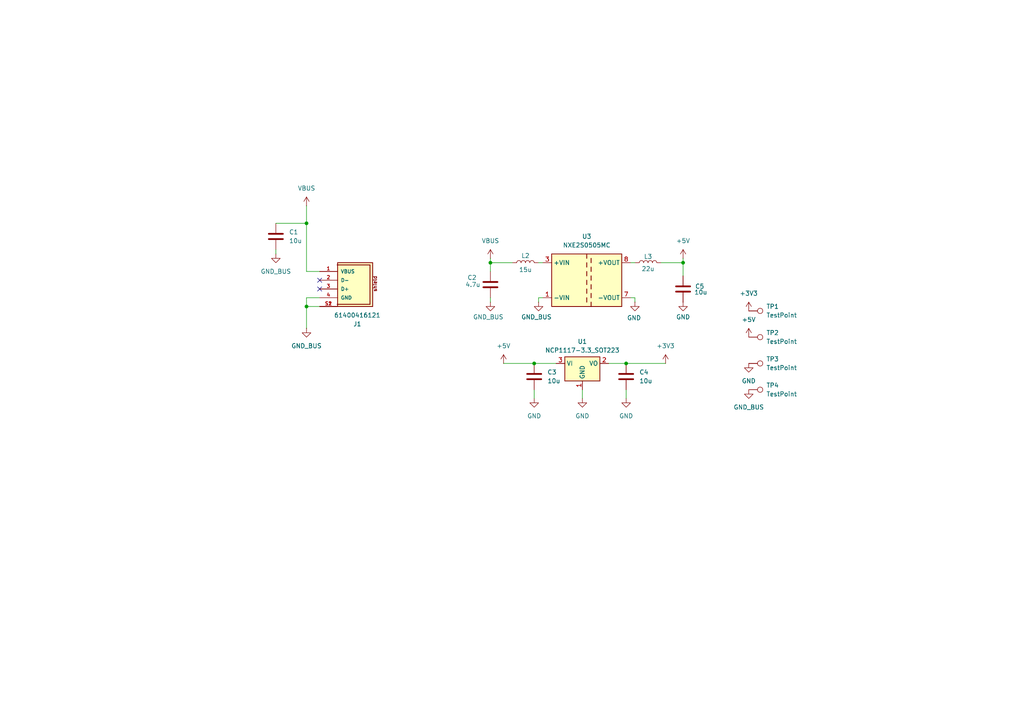
<source format=kicad_sch>
(kicad_sch (version 20250114) (generator "eeschema") (generator_version "9.0")
  (paper "A4")
  (lib_symbols
    (symbol "61400416121:61400416121" (pin_names (offset 1.016))
      (property "Reference" "J" (at 0 5.842 0))
      (property "Value" "61400416121" (at 0 -10.16 0))
      (symbol "61400416121_0_0"
        (polyline (pts (xy -5.08 4.445) (xy 4.445 4.445)) (stroke (width 0.254)))
        (rectangle (start -4.9349 -7.62) (end 5.2251 5.08) (stroke (width 0.254)) (fill (type background)))
        (polyline (pts (xy 4.445 4.445) (xy 4.445 -6.985)) (stroke (width 0.254)))
        (polyline (pts (xy 4.445 -6.985) (xy -5.08 -6.985)) (stroke (width 0.254)))
        (text "shield" (at 6.51 -3.37 900) (effects (font (size 1.016 1.016)) (justify left bottom)))
        (text "shield" (at 6.51 -3.37 900) (effects (font (size 1.016 1.016)) (justify left bottom)))
        (pin passive line (at -10.16 2.54 0) (length 5.08) (name "VBUS") (number "1"))
        (pin passive line (at -10.16 0 0) (length 5.08) (name "D-") (number "2"))
        (pin passive line (at -10.16 -2.54 0) (length 5.08) (name "D+") (number "3"))
        (pin passive line (at -10.16 -5.08 0) (length 5.08) (name "GND") (number "4"))
        (pin passive line (at -10.16 -7.62 0) (length 5.08) (name "~") (number "S1"))
        (pin passive line (at -10.16 -7.62 0) (length 5.08) (name "~") (number "S2"))
      )
    )
    (symbol "Connector:TestPoint" (pin_numbers (hide yes)) (pin_names (offset 0.762) (hide yes))
      (property "Reference" "TP" (at 0 6.858 0))
      (property "Value" "TestPoint" (at 0 5.08 0))
      (symbol "TestPoint_0_1"
        (circle (center 0 3.302) (radius 0.762))
      )
      (symbol "TestPoint_1_1"
        (pin passive line (at 0 0 90) (length 2.54) (name "1") (number "1"))
      )
    )
    (symbol "Device:C" (pin_numbers (hide yes)) (pin_names (offset 0.254))
      (property "Reference" "C" (at 0.635 2.54 0))
      (property "Value" "C" (at 0.635 -2.54 0))
      (symbol "C_0_1"
        (polyline (pts (xy -2.032 0.762) (xy 2.032 0.762)) (stroke (width 0.508)))
        (polyline (pts (xy -2.032 -0.762) (xy 2.032 -0.762)) (stroke (width 0.508)))
      )
      (symbol "C_1_1"
        (pin passive line (at 0 3.81 270) (length 2.794) (name "~") (number "1"))
        (pin passive line (at 0 -3.81 90) (length 2.794) (name "~") (number "2"))
      )
    )
    (symbol "Device:L" (pin_numbers (hide yes)) (pin_names (offset 1.016) (hide yes))
      (property "Reference" "L" (at -1.27 0 90))
      (property "Value" "L" (at 1.905 0 90))
      (symbol "L_0_1"
        (arc (start 0 2.54) (mid 0.6323 1.905) (end 0 1.27))
        (arc (start 0 1.27) (mid 0.6323 0.635) (end 0 0))
        (arc (start 0 0) (mid 0.6323 -0.635) (end 0 -1.27))
        (arc (start 0 -1.27) (mid 0.6323 -1.905) (end 0 -2.54))
      )
      (symbol "L_1_1"
        (pin passive line (at 0 3.81 270) (length 1.27) (name "1") (number "1"))
        (pin passive line (at 0 -3.81 90) (length 1.27) (name "2") (number "2"))
      )
    )
    (symbol "Regulator_Linear:NCP1117-3.3_SOT223"
      (property "Reference" "U" (at -3.81 3.175 0))
      (property "Value" "NCP1117-3.3_SOT223" (at 0 3.175 0))
      (symbol "NCP1117-3.3_SOT223_0_1"
        (rectangle (start -5.08 -5.08) (end 5.08 1.905) (stroke (width 0.254)) (fill (type background)))
      )
      (symbol "NCP1117-3.3_SOT223_1_1"
        (pin power_in line (at -7.62 0 0) (length 2.54) (name "VI") (number "3"))
        (pin power_in line (at 0 -7.62 90) (length 2.54) (name "GND") (number "1"))
        (pin power_out line (at 7.62 0 180) (length 2.54) (name "VO") (number "2"))
      )
    )
    (symbol "Regulator_Switching:NXE2S0505MC"
      (property "Reference" "U" (at -8.89 8.89 0))
      (property "Value" "NXE2S0505MC" (at 2.54 8.89 0))
      (symbol "NXE2S0505MC_0_1"
        (rectangle (start -10.16 7.62) (end 10.16 -7.62) (stroke (width 0.254)) (fill (type background)))
        (polyline (pts (xy 0 7.62) (xy 0 6.35)) (stroke (width 0.254)))
        (polyline (pts (xy 0 5.08) (xy 0 3.81)) (stroke (width 0.254)))
        (polyline (pts (xy 0 2.54) (xy 0 1.27)) (stroke (width 0.254)))
        (polyline (pts (xy 0 0) (xy 0 -1.27)) (stroke (width 0.254)))
        (polyline (pts (xy 0 -2.54) (xy 0 -3.81)) (stroke (width 0.254)))
        (polyline (pts (xy 0 -5.08) (xy 0 -6.35)) (stroke (width 0.254)))
        (polyline (pts (xy 1.27 5.08) (xy 1.27 6.35)) (stroke (width 0.254)))
        (polyline (pts (xy 1.27 2.54) (xy 1.27 3.81)) (stroke (width 0.254)))
        (polyline (pts (xy 1.27 0) (xy 1.27 1.27)) (stroke (width 0.254)))
        (polyline (pts (xy 1.27 -2.54) (xy 1.27 -1.27)) (stroke (width 0.254)))
        (polyline (pts (xy 1.27 -5.08) (xy 1.27 -3.81)) (stroke (width 0.254)))
        (polyline (pts (xy 1.27 -7.62) (xy 1.27 -6.35)) (stroke (width 0.254)))
      )
      (symbol "NXE2S0505MC_1_1"
        (pin power_in line (at -12.7 5.08 0) (length 2.54) (name "+VIN") (number "3"))
        (pin power_in line (at -12.7 -5.08 0) (length 2.54) (name "-VIN") (number "1"))
        (pin no_connect line (at -10.16 0 0) (length 2.54) (hide yes) (name "NC") (number "14"))
        (pin power_out line (at 12.7 5.08 180) (length 2.54) (name "+VOUT") (number "8"))
        (pin power_out line (at 12.7 -5.08 180) (length 2.54) (name "-VOUT") (number "7"))
      )
    )
    (symbol "power:+3V3" (power) (pin_numbers (hide yes)) (pin_names (offset 0) (hide yes))
      (property "Value" "+3V3" (at 0 3.556 0))
      (symbol "+3V3_0_1"
        (polyline (pts (xy -0.762 1.27) (xy 0 2.54)))
        (polyline (pts (xy 0 2.54) (xy 0.762 1.27)))
        (polyline (pts (xy 0 0) (xy 0 2.54)))
      )
      (symbol "+3V3_1_1"
        (pin power_in line (at 0 0 90) (length 0) (name "~") (number "1"))
      )
    )
    (symbol "power:+5V" (power) (pin_numbers (hide yes)) (pin_names (offset 0) (hide yes))
      (property "Value" "+5V" (at 0 3.556 0))
      (symbol "+5V_0_1"
        (polyline (pts (xy -0.762 1.27) (xy 0 2.54)))
        (polyline (pts (xy 0 2.54) (xy 0.762 1.27)))
        (polyline (pts (xy 0 0) (xy 0 2.54)))
      )
      (symbol "+5V_1_1"
        (pin power_in line (at 0 0 90) (length 0) (name "~") (number "1"))
      )
    )
    (symbol "power:GND" (power) (pin_numbers (hide yes)) (pin_names (offset 0) (hide yes))
      (property "Value" "GND" (at 0 -3.81 0))
      (symbol "GND_0_1"
        (polyline (pts (xy 0 0) (xy 0 -1.27) (xy 1.27 -1.27) (xy 0 -2.54) (xy -1.27 -1.27) (xy 0 -1.27)))
      )
      (symbol "GND_1_1"
        (pin power_in line (at 0 0 270) (length 0) (name "~") (number "1"))
      )
    )
    (symbol "power:VBUS" (power) (pin_numbers (hide yes)) (pin_names (offset 0) (hide yes))
      (property "Value" "VBUS" (at 0 3.556 0))
      (symbol "VBUS_0_1"
        (polyline (pts (xy -0.762 1.27) (xy 0 2.54)))
        (polyline (pts (xy 0 2.54) (xy 0.762 1.27)))
        (polyline (pts (xy 0 0) (xy 0 2.54)))
      )
      (symbol "VBUS_1_1"
        (pin power_in line (at 0 0 90) (length 0) (name "~") (number "1"))
      )
    )
  )
  (junction (at 154.94 105.41))
  (junction (at 198.12 76.2))
  (junction (at 142.24 76.2))
  (junction (at 88.9 88.9))
  (junction (at 88.9 64.77))
  (junction (at 181.61 105.41))
  (no_connect (at 92.71 83.82))
  (no_connect (at 92.71 81.28))
  (wire (pts (xy 181.61 113.03) (xy 181.61 115.57)))
  (wire (pts (xy 80.01 72.39) (xy 80.01 73.66)))
  (wire (pts (xy 88.9 86.36) (xy 88.9 88.9)))
  (wire (pts (xy 184.15 87.63) (xy 184.15 86.36)))
  (wire (pts (xy 80.01 64.77) (xy 88.9 64.77)))
  (wire (pts (xy 156.21 86.36) (xy 157.48 86.36)))
  (wire (pts (xy 154.94 105.41) (xy 161.29 105.41)))
  (wire (pts (xy 88.9 95.25) (xy 88.9 88.9)))
  (wire (pts (xy 168.91 113.03) (xy 168.91 115.57)))
  (wire (pts (xy 142.24 87.63) (xy 142.24 86.36)))
  (wire (pts (xy 146.05 105.41) (xy 154.94 105.41)))
  (wire (pts (xy 88.9 59.69) (xy 88.9 64.77)))
  (wire (pts (xy 92.71 78.74) (xy 88.9 78.74)))
  (wire (pts (xy 88.9 88.9) (xy 92.71 88.9)))
  (wire (pts (xy 154.94 113.03) (xy 154.94 115.57)))
  (wire (pts (xy 184.15 86.36) (xy 182.88 86.36)))
  (wire (pts (xy 142.24 76.2) (xy 142.24 78.74)))
  (wire (pts (xy 176.53 105.41) (xy 181.61 105.41)))
  (wire (pts (xy 92.71 86.36) (xy 88.9 86.36)))
  (wire (pts (xy 198.12 74.93) (xy 198.12 76.2)))
  (wire (pts (xy 142.24 76.2) (xy 142.24 74.93)))
  (wire (pts (xy 198.12 76.2) (xy 191.77 76.2)))
  (wire (pts (xy 156.21 87.63) (xy 156.21 86.36)))
  (wire (pts (xy 198.12 76.2) (xy 198.12 80.01)))
  (wire (pts (xy 181.61 105.41) (xy 193.04 105.41)))
  (wire (pts (xy 88.9 64.77) (xy 88.9 78.74)))
  (wire (pts (xy 156.21 76.2) (xy 157.48 76.2)))
  (wire (pts (xy 182.88 76.2) (xy 184.15 76.2)))
  (wire (pts (xy 148.59 76.2) (xy 142.24 76.2)))
  (symbol (lib_id "power:GND") (at 88.9 95.25 0) (unit 1)
    (property "Reference" "#PWR02" (effects (hide yes)))
    (property "Value" "GND_BUS" (at 88.9 100.33 0))
    (property "Description" "Power symbol creates a global label with name \"GND\" , ground" (effects (hide yes)))
  )
  (symbol (lib_id "power:VBUS") (at 142.24 74.93 0) (unit 1)
    (property "Reference" "#PWR08" (effects (hide yes)))
    (property "Value" "VBUS" (at 142.24 69.85 0))
    (property "Description" "Power symbol creates a global label with name \"VBUS\"" (effects (hide yes)))
  )
  (symbol (lib_id "Device:L") (at 152.4 76.2 90) (unit 1)
    (property "Reference" "L2" (at 152.4 74.168 90))
    (property "Value" "15u" (at 152.4 78.232 90))
    (property "Footprint" "ASPI-4030S-150M-T:IND_ASPI-4030S-150M-T" (effects (hide yes)))
    (property "Description" "Inductor" (effects (hide yes)))
    (property "LCSC" "C5570254 " (effects (hide yes)))
  )
  (symbol (lib_id "power:GND") (at 181.61 115.57 0) (unit 1)
    (property "Reference" "#PWR05" (effects (hide yes)))
    (property "Value" "GND" (at 181.61 120.65 0))
    (property "Description" "Power symbol creates a global label with name \"GND\" , ground" (effects (hide yes)))
  )
  (symbol (lib_id "61400416121:61400416121") (at 102.87 81.28 0) (unit 1)
    (property "Reference" "J1" (at 103.6403 93.98 0))
    (property "Value" "61400416121" (at 103.6403 91.44 0))
    (property "Footprint" "61400416121:61400416121" (effects (hide yes)))
    (property "MF" "Wurth Electronics" (effects (hide yes)))
    (property "Description_1" "WR-COM_USB_Type B_Horizontal_THT" (effects (hide yes)))
    (property "Package" "None" (effects (hide yes)))
    (property "Price" "None" (effects (hide yes)))
    (property "SnapEDA_Link" "https://www.snapeda.com/parts/61400416121/Wurth+Electronics/view-part/?ref=snap" (effects (hide yes)))
    (property "MP" "61400416121" (effects (hide yes)))
    (property "Availability" "In Stock" (effects (hide yes)))
    (property "Check_prices" "https://www.snapeda.com/parts/61400416121/Wurth+Electronics/view-part/?ref=eda" (effects (hide yes)))
  )
  (symbol (lib_id "Device:L") (at 187.96 76.2 90) (unit 1)
    (property "Reference" "L3" (at 187.96 74.422 90))
    (property "Value" "22u" (at 187.96 77.978 90))
    (property "Footprint" "ASPI6045S220MT:IND_ASPI6045S220MT" (effects (hide yes)))
    (property "Description" "Inductor" (effects (hide yes)))
    (property "LCSC" "C187454" (effects (hide yes)))
  )
  (symbol (lib_id "Connector:TestPoint") (at 217.17 113.03 270) (unit 1)
    (property "Reference" "TP4" (at 222.25 111.7599 90) (effects (justify left)))
    (property "Value" "TestPoint" (at 222.25 114.2999 90) (effects (justify left)))
    (property "Footprint" "TestPoint:TestPoint_Pad_2.0x2.0mm" (effects (hide yes)))
    (property "Description" "test point" (effects (hide yes)))
  )
  (symbol (lib_id "power:GND") (at 184.15 87.63 0) (unit 1)
    (property "Reference" "#PWR066" (effects (hide yes)))
    (property "Value" "GND" (at 183.896 92.202 0))
    (property "Description" "Power symbol creates a global label with name \"GND\" , ground" (effects (hide yes)))
  )
  (symbol (lib_id "Device:C") (at 181.61 109.22 0) (unit 1)
    (property "Reference" "C4" (at 185.42 107.9499 0) (effects (justify left)))
    (property "Value" "10u" (at 185.42 110.4899 0) (effects (justify left)))
    (property "Footprint" "RP2350_80QFN_minimal:C_0402_1005Metric_small_pads" (effects (hide yes)))
    (property "Description" "Unpolarized capacitor" (effects (hide yes)))
    (property "LCSC" "C1856484" (effects (hide yes)))
  )
  (symbol (lib_id "power:GND") (at 80.01 73.66 0) (unit 1)
    (property "Reference" "#PWR04" (effects (hide yes)))
    (property "Value" "GND_BUS" (at 80.01 78.74 0))
    (property "Description" "Power symbol creates a global label with name \"GND\" , ground" (effects (hide yes)))
  )
  (symbol (lib_id "power:GND") (at 156.21 87.63 0) (unit 1)
    (property "Reference" "#PWR011" (effects (hide yes)))
    (property "Value" "GND_BUS" (at 160.02 91.948 0) (effects (justify right)))
    (property "Description" "Power symbol creates a global label with name \"GND\" , ground" (effects (hide yes)))
  )
  (symbol (lib_id "power:GND") (at 217.17 113.03 0) (unit 1)
    (property "Reference" "#PWR013" (effects (hide yes)))
    (property "Value" "GND_BUS" (at 217.17 118.11 0))
    (property "Description" "Power symbol creates a global label with name \"GND\" , ground" (effects (hide yes)))
  )
  (symbol (lib_id "Regulator_Linear:NCP1117-3.3_SOT223") (at 168.91 105.41 0) (unit 1)
    (property "Reference" "U1" (at 168.91 99.06 0))
    (property "Value" "NCP1117-3.3_SOT223" (at 168.91 101.6 0))
    (property "Footprint" "Package_TO_SOT_SMD:SOT-223-3_TabPin2" (effects (hide yes)))
    (property "Datasheet" "http://www.onsemi.com/pub_link/Collateral/NCP1117-D.PDF" (effects (hide yes)))
    (property "Description" "1A Low drop-out regulator, Fixed Output 3.3V, SOT-223" (effects (hide yes)))
    (property "LCSC" "C26537" (effects (hide yes)))
  )
  (symbol (lib_id "Device:C") (at 198.12 83.82 0) (unit 1)
    (property "Reference" "C5" (at 202.946 83.058 0))
    (property "Value" "10u" (at 203.2635 84.7725 0))
    (property "Footprint" "RP2350_80QFN_minimal:C_0402_1005Metric_small_pads" (effects (hide yes)))
    (property "Description" "Unpolarized capacitor" (effects (hide yes)))
    (property "LCSC" "C1856484" (effects (hide yes)))
  )
  (symbol (lib_id "power:GND") (at 217.17 105.41 0) (unit 1)
    (property "Reference" "#PWR012" (effects (hide yes)))
    (property "Value" "GND" (at 217.17 110.49 0))
    (property "Description" "Power symbol creates a global label with name \"GND\" , ground" (effects (hide yes)))
  )
  (symbol (lib_id "Device:C") (at 80.01 68.58 180) (unit 1)
    (property "Reference" "C1" (at 83.82 67.3099 0) (effects (justify right)))
    (property "Value" "10u" (at 83.82 69.8499 0) (effects (justify right)))
    (property "Footprint" "RP2350_80QFN_minimal:C_0402_1005Metric_small_pads" (effects (hide yes)))
    (property "Description" "Unpolarized capacitor" (effects (hide yes)))
    (property "LCSC" "C1856484" (effects (hide yes)))
  )
  (symbol (lib_id "power:+5V") (at 198.12 74.93 0) (unit 1)
    (property "Reference" "#PWR034" (effects (hide yes)))
    (property "Value" "+5V" (at 198.12 69.85 0))
    (property "Description" "Power symbol creates a global label with name \"+5V\"" (effects (hide yes)))
  )
  (symbol (lib_id "Connector:TestPoint") (at 217.17 90.17 270) (unit 1)
    (property "Reference" "TP1" (at 222.25 88.8999 90) (effects (justify left)))
    (property "Value" "TestPoint" (at 222.25 91.4399 90) (effects (justify left)))
    (property "Footprint" "TestPoint:TestPoint_Pad_2.0x2.0mm" (effects (hide yes)))
    (property "Description" "test point" (effects (hide yes)))
  )
  (symbol (lib_id "power:+5V") (at 146.05 105.41 0) (unit 1)
    (property "Reference" "#PWR026" (effects (hide yes)))
    (property "Value" "+5V" (at 146.05 100.33 0))
    (property "Description" "Power symbol creates a global label with name \"+5V\"" (effects (hide yes)))
  )
  (symbol (lib_id "power:VBUS") (at 88.9 59.69 0) (unit 1)
    (property "Reference" "#PWR01" (effects (hide yes)))
    (property "Value" "VBUS" (at 88.9 54.61 0))
    (property "Description" "Power symbol creates a global label with name \"VBUS\"" (effects (hide yes)))
  )
  (symbol (lib_id "power:+3V3") (at 217.17 90.17 0) (unit 1)
    (property "Reference" "#PWR03" (effects (hide yes)))
    (property "Value" "+3V3" (at 217.17 85.09 0))
    (property "Description" "Power symbol creates a global label with name \"+3V3\"" (effects (hide yes)))
  )
  (symbol (lib_id "power:+5V") (at 217.17 97.79 0) (unit 1)
    (property "Reference" "#PWR09" (effects (hide yes)))
    (property "Value" "+5V" (at 217.17 92.71 0))
    (property "Description" "Power symbol creates a global label with name \"+5V\"" (effects (hide yes)))
  )
  (symbol (lib_id "power:GND") (at 154.94 115.57 0) (unit 1)
    (property "Reference" "#PWR027" (effects (hide yes)))
    (property "Value" "GND" (at 154.94 120.65 0))
    (property "Description" "Power symbol creates a global label with name \"GND\" , ground" (effects (hide yes)))
  )
  (symbol (lib_id "Connector:TestPoint") (at 217.17 105.41 270) (unit 1)
    (property "Reference" "TP3" (at 222.25 104.1399 90) (effects (justify left)))
    (property "Value" "TestPoint" (at 222.25 106.6799 90) (effects (justify left)))
    (property "Footprint" "TestPoint:TestPoint_Pad_2.0x2.0mm" (effects (hide yes)))
    (property "Description" "test point" (effects (hide yes)))
  )
  (symbol (lib_id "Device:C") (at 142.24 82.55 180) (unit 1)
    (property "Reference" "C2" (at 136.906 80.518 0))
    (property "Value" "4.7u" (at 137.16 82.55 0))
    (property "Footprint" "RP2350_80QFN_minimal:C_0402_1005Metric_small_pads" (effects (hide yes)))
    (property "Description" "Unpolarized capacitor" (effects (hide yes)))
    (property "LCSC" "C326586" (effects (hide yes)))
  )
  (symbol (lib_id "Regulator_Switching:NXE2S0505MC") (at 170.18 81.28 0) (unit 1)
    (property "Reference" "U3" (at 170.18 68.58 0))
    (property "Value" "NXE2S0505MC" (at 170.18 71.12 0))
    (property "Footprint" "Converter_DCDC:Converter_DCDC_Murata_NXExSxxxxMC_SMD" (effects (hide yes)))
    (property "Datasheet" "https://www.murata.com/products/productdata/8807031898142/kdc-nxe2.pdf" (effects (hide yes)))
    (property "Description" "2W 5V to 5V 400mA DC-DC Converter with 3kV isolation" (effects (hide yes)))
  )
  (symbol (lib_id "power:GND") (at 198.12 87.63 0) (unit 1)
    (property "Reference" "#PWR065" (effects (hide yes)))
    (property "Value" "GND" (at 198.12 91.948 0))
    (property "Description" "Power symbol creates a global label with name \"GND\" , ground" (effects (hide yes)))
  )
  (symbol (lib_id "power:GND") (at 142.24 87.63 0) (unit 1)
    (property "Reference" "#PWR010" (effects (hide yes)))
    (property "Value" "GND_BUS" (at 146.05 91.948 0) (effects (justify right)))
    (property "Description" "Power symbol creates a global label with name \"GND\" , ground" (effects (hide yes)))
  )
  (symbol (lib_id "power:+3V3") (at 193.04 105.41 0) (unit 1)
    (property "Reference" "#PWR07" (effects (hide yes)))
    (property "Value" "+3V3" (at 193.04 100.33 0))
    (property "Description" "Power symbol creates a global label with name \"+3V3\"" (effects (hide yes)))
  )
  (symbol (lib_id "power:GND") (at 168.91 115.57 0) (unit 1)
    (property "Reference" "#PWR06" (effects (hide yes)))
    (property "Value" "GND" (at 168.91 120.65 0))
    (property "Description" "Power symbol creates a global label with name \"GND\" , ground" (effects (hide yes)))
  )
  (symbol (lib_id "Device:C") (at 154.94 109.22 0) (unit 1)
    (property "Reference" "C3" (at 158.75 107.9499 0) (effects (justify left)))
    (property "Value" "10u" (at 158.75 110.4899 0) (effects (justify left)))
    (property "Footprint" "RP2350_80QFN_minimal:C_0402_1005Metric_small_pads" (effects (hide yes)))
    (property "Description" "Unpolarized capacitor" (effects (hide yes)))
    (property "LCSC" "C1856484" (effects (hide yes)))
  )
  (symbol (lib_id "Connector:TestPoint") (at 217.17 97.79 270) (unit 1)
    (property "Reference" "TP2" (at 222.25 96.5199 90) (effects (justify left)))
    (property "Value" "TestPoint" (at 222.25 99.0599 90) (effects (justify left)))
    (property "Footprint" "TestPoint:TestPoint_Pad_2.0x2.0mm" (effects (hide yes)))
    (property "Description" "test point" (effects (hide yes)))
  )
)
</source>
